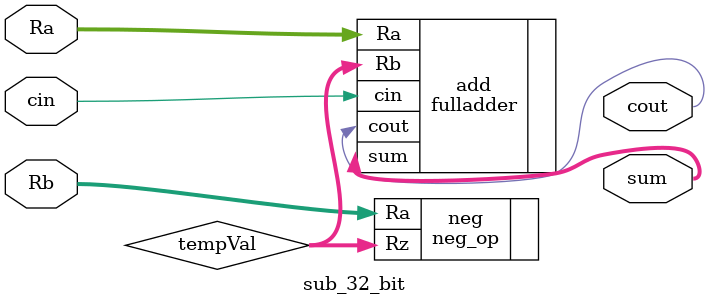
<source format=v>
`timescale 1ns / 1ps

module sub_32_bit(
  input wire [31:0] Ra,
  input wire [31:0] Rb,
  input wire cin,
  output wire [31:0] sum,
  output wire cout
);
	wire [31:0] tempVal; 
	neg_op neg(.Ra(Rb),.Rz(tempVal));
	fulladder add(.Ra(Ra), .Rb(tempVal),.cin(cin),.sum(sum),.cout(cout));
endmodule

</source>
